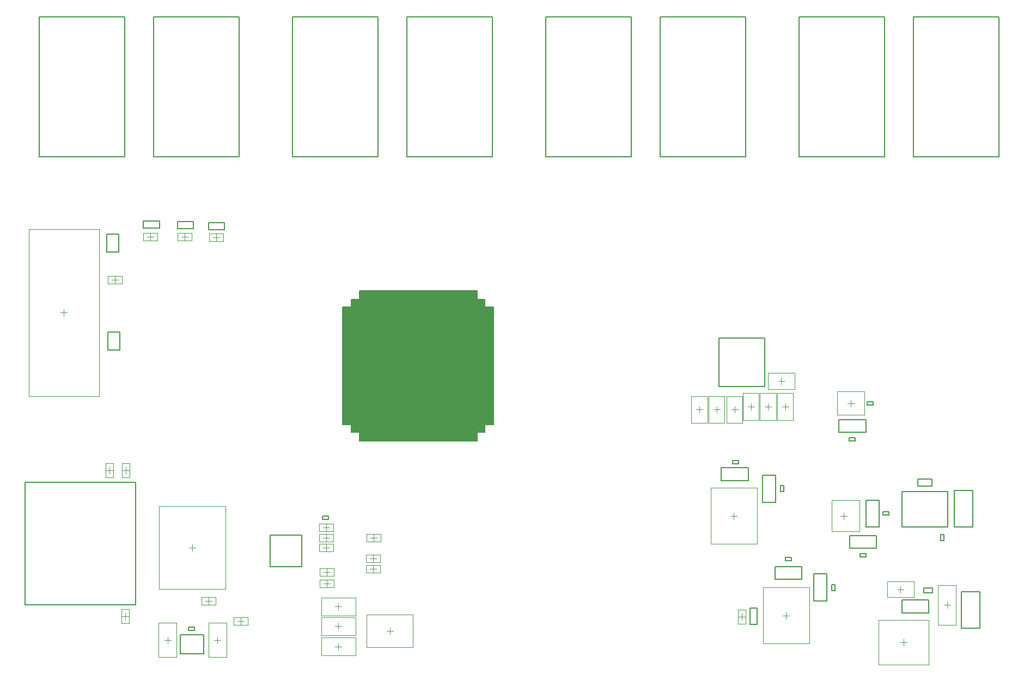
<source format=gbr>
%TF.GenerationSoftware,Altium Limited,Altium Designer,24.1.2 (44)*%
G04 Layer_Color=32768*
%FSLAX45Y45*%
%MOMM*%
%TF.SameCoordinates,57B3B6A3-E825-4013-9261-08072AB09D51*%
%TF.FilePolarity,Positive*%
%TF.FileFunction,Other,Top_Courtyard*%
%TF.Part,Single*%
G01*
G75*
%TA.AperFunction,NonConductor*%
%ADD64C,0.20000*%
%ADD65C,0.15240*%
%ADD88C,0.10000*%
%ADD91C,0.05000*%
G36*
X7829930Y6227445D02*
X7709250D01*
Y6348125D01*
X7573360D01*
Y8176865D01*
X7709250D01*
Y8297545D01*
X7829930D01*
Y8433435D01*
X9658670D01*
Y8297545D01*
X9779350D01*
Y8176865D01*
X9915240D01*
Y6348125D01*
X9779350D01*
Y6227445D01*
X9658670D01*
Y6091555D01*
X7829930D01*
Y6227445D01*
D02*
G37*
D64*
X4108200Y7505400D02*
Y7785400D01*
X3918200Y7505400D02*
X4108200D01*
X3918200D02*
Y7785400D01*
X4108200D01*
X4095500Y9029400D02*
Y9309400D01*
X3905500Y9029400D02*
X4095500D01*
X3905500D02*
Y9309400D01*
X4095500D01*
X7257900Y4875700D02*
X7350400D01*
X7257900D02*
Y4928700D01*
X7350400D01*
Y4875700D02*
Y4928700D01*
X6445400Y4134000D02*
Y4629000D01*
X6940400D01*
Y4134000D02*
Y4629000D01*
X6445400Y4134000D02*
X6940400D01*
X13424500Y7692700D02*
X14134500D01*
X13424500Y6937700D02*
Y7692700D01*
Y6937700D02*
X14134500D01*
Y7692700D01*
X17192000Y3184100D02*
X17478999D01*
Y3750100D01*
X17192000D02*
X17478999D01*
X17192000Y3184100D02*
Y3750100D01*
X16864500Y4632600D02*
X16917500D01*
X16864500Y4540100D02*
Y4632600D01*
Y4540100D02*
X16917500D01*
Y4632600D01*
X15968449Y4939200D02*
Y4992200D01*
Y4939200D02*
X16060950D01*
Y4992200D01*
X15968449D02*
X16060950D01*
X15711501Y5172700D02*
X15911501D01*
X15711501Y4752700D02*
Y5172700D01*
Y4752700D02*
X15911501D01*
Y5172700D01*
X15872099Y4421200D02*
Y4621200D01*
X15452100D02*
X15872099D01*
X15452100Y4421200D02*
Y4621200D01*
Y4421200D02*
X15872099D01*
X15614500Y4291500D02*
Y4344500D01*
Y4291500D02*
X15707001D01*
Y4344500D01*
X15614500D02*
X15707001D01*
X15449400Y6094900D02*
Y6147900D01*
Y6094900D02*
X15541901D01*
Y6147900D01*
X15449400D02*
X15541901D01*
X15707001Y6224600D02*
Y6424600D01*
X15287000D02*
X15707001D01*
X15287000Y6224600D02*
Y6424600D01*
Y6224600D02*
X15707001D01*
X15727150Y6653700D02*
Y6706700D01*
Y6653700D02*
X15819650D01*
Y6706700D01*
X15727150D02*
X15819650D01*
X13458200Y5475300D02*
Y5675300D01*
Y5475300D02*
X13878200D01*
Y5675300D01*
X13458200D02*
X13878200D01*
X13724150Y5739300D02*
Y5792300D01*
X13631650D02*
X13724150D01*
X13631650Y5739300D02*
Y5792300D01*
Y5739300D02*
X13724150D01*
X14375301Y5302100D02*
X14428300D01*
Y5394600D01*
X14375301D02*
X14428300D01*
X14375301Y5302100D02*
Y5394600D01*
X14098599Y5559700D02*
X14298599D01*
X14098599Y5139700D02*
Y5559700D01*
Y5139700D02*
X14298599D01*
Y5559700D01*
X14549651Y4230700D02*
Y4283700D01*
X14457150D02*
X14549651D01*
X14457150Y4230700D02*
Y4283700D01*
Y4230700D02*
X14549651D01*
X14290401Y3941300D02*
Y4141300D01*
Y3941300D02*
X14710400D01*
Y4141300D01*
X14290401D02*
X14710400D01*
X13902299Y3240500D02*
X14012300D01*
Y3490500D01*
X13902299D02*
X14012300D01*
X13902299Y3240500D02*
Y3490500D01*
X15175400Y3763750D02*
X15228400D01*
Y3856250D01*
X15175400D02*
X15228400D01*
X15175400Y3763750D02*
Y3856250D01*
X14898700Y4023000D02*
X15098700D01*
X14898700Y3603000D02*
Y4023000D01*
Y3603000D02*
X15098700D01*
Y4023000D01*
X16264900Y3617900D02*
X16684900D01*
Y3417900D02*
Y3617900D01*
X16264900Y3417900D02*
X16684900D01*
X16264900D02*
Y3617900D01*
X16745100Y3734400D02*
Y3809400D01*
X16605099D02*
X16745100D01*
X16605099Y3734400D02*
Y3809400D01*
Y3734400D02*
X16745100D01*
X8567605Y12692187D02*
X9898195D01*
X8567605Y10508893D02*
Y12692187D01*
Y10508893D02*
X9898195D01*
Y12692187D01*
X17077699Y5324900D02*
X17364700D01*
X17077699Y4758900D02*
Y5324900D01*
Y4758900D02*
X17364700D01*
Y5324900D01*
X16513693Y5393300D02*
Y5503300D01*
Y5393300D02*
X16734908D01*
Y5503300D01*
X16513693D02*
X16734908D01*
X16266800Y4754200D02*
Y5304200D01*
Y4754200D02*
X16981799D01*
Y5304200D01*
X16266800D02*
X16981799D01*
X5049000Y2779800D02*
Y3074800D01*
Y2779800D02*
X5409000D01*
Y3074800D01*
X5049000D02*
X5409000D01*
X5175100Y3148500D02*
Y3201500D01*
Y3148500D02*
X5267600D01*
Y3201500D01*
X5175100D02*
X5267600D01*
X2635000Y5449300D02*
X4350000D01*
X2635000Y3542300D02*
Y5449300D01*
Y3542300D02*
X4350000D01*
Y5449300D01*
X5488400Y9381100D02*
Y9491100D01*
Y9381100D02*
X5738400D01*
Y9491100D01*
X5488400D02*
X5738400D01*
X5005800Y9393800D02*
Y9503800D01*
Y9393800D02*
X5255800D01*
Y9503800D01*
X5005800D02*
X5255800D01*
X4473600Y9406500D02*
Y9516500D01*
Y9406500D02*
X4723600D01*
Y9516500D01*
X4473600D02*
X4723600D01*
X16441605Y12692187D02*
X17772195D01*
X16441605Y10508893D02*
Y12692187D01*
Y10508893D02*
X17772195D01*
Y12692187D01*
X14663605D02*
X15994196D01*
X14663605Y10508893D02*
Y12692187D01*
Y10508893D02*
X15994196D01*
Y12692187D01*
X12504605D02*
X13835194D01*
X12504605Y10508893D02*
Y12692187D01*
Y10508893D02*
X13835194D01*
Y12692187D01*
X10726605D02*
X12057195D01*
X10726605Y10508893D02*
Y12692187D01*
Y10508893D02*
X12057195D01*
Y12692187D01*
X6789605D02*
X8120195D01*
X6789605Y10508893D02*
Y12692187D01*
Y10508893D02*
X8120195D01*
Y12692187D01*
X4630605D02*
X5961195D01*
X4630605Y10508893D02*
Y12692187D01*
Y10508893D02*
X5961195D01*
Y12692187D01*
X2852605D02*
X4183195D01*
X2852605Y10508893D02*
Y12692187D01*
Y10508893D02*
X4183195D01*
Y12692187D01*
D65*
X9658670Y6227445D02*
X9779350D01*
X9658670Y6091555D02*
Y6227445D01*
X7829930Y6091555D02*
X9658670D01*
X7829930D02*
Y6227445D01*
X7709250D02*
X7829930D01*
X9658670Y8297545D02*
X9779350D01*
X9658670D02*
Y8433435D01*
X7829930D02*
X9658670D01*
X7829930Y8297545D02*
Y8433435D01*
X7709250Y8297545D02*
X7829930D01*
X9779350Y8176865D02*
Y8297545D01*
Y8176865D02*
X9915240D01*
Y6348125D02*
Y8176865D01*
X9779350Y6348125D02*
X9915240D01*
X9779350Y6227445D02*
Y6348125D01*
X7709250Y8176865D02*
Y8297545D01*
X7573360Y8176865D02*
X7709250D01*
X7573360Y6348125D02*
Y8176865D01*
Y6348125D02*
X7709250D01*
Y6227445D02*
Y6348125D01*
D88*
X5604200Y9208300D02*
Y9308300D01*
X5554200Y9258300D02*
X5654200D01*
X5114600Y9221000D02*
Y9321000D01*
X5064600Y9271000D02*
X5164600D01*
X4581200Y9221000D02*
Y9321000D01*
X4531200Y9271000D02*
X4631200D01*
X4035100Y8547900D02*
Y8647900D01*
X3985100Y8597900D02*
X4085100D01*
X13602499Y4927600D02*
X13702499D01*
X13652499Y4877600D02*
Y4977600D01*
X8055300Y4534700D02*
Y4634700D01*
X8005300Y4584700D02*
X8105300D01*
X8048300Y4217200D02*
Y4317200D01*
X7998300Y4267200D02*
X8098300D01*
X8048300Y4052100D02*
Y4152100D01*
X7998300Y4102100D02*
X8098300D01*
X7318700Y4699800D02*
Y4799800D01*
X7268700Y4749800D02*
X7368700D01*
X7318700Y4534700D02*
Y4634700D01*
X7268700Y4584700D02*
X7368700D01*
X7315200Y4382300D02*
Y4482300D01*
X7265200Y4432300D02*
X7365200D01*
X7324400Y4001300D02*
Y4101300D01*
X7274400Y4051300D02*
X7374400D01*
X7324400Y3823500D02*
Y3923500D01*
X7274400Y3873500D02*
X7374400D01*
X5990900Y3239300D02*
Y3339300D01*
X5940900Y3289300D02*
X6040900D01*
X5489900Y3556800D02*
Y3656800D01*
X5439900Y3606800D02*
X5539900D01*
X4153700Y5635300D02*
X4253700D01*
X4203700Y5585300D02*
Y5685300D01*
X3899700Y5635300D02*
X3999700D01*
X3949700Y5585300D02*
Y5685300D01*
X4141000Y3369000D02*
X4241000D01*
X4191000Y3319000D02*
Y3419000D01*
X5232400Y4382300D02*
Y4482300D01*
X5182400Y4432300D02*
X5282400D01*
X7505600Y2845600D02*
Y2945600D01*
X7455600Y2895600D02*
X7555600D01*
X7505800Y3467900D02*
Y3567900D01*
X7455800Y3517900D02*
X7555800D01*
X8305800Y3086900D02*
Y3186900D01*
X8255800Y3136900D02*
X8355800D01*
X15468600Y6630200D02*
Y6730200D01*
X15418600Y6680200D02*
X15518600D01*
X13779500Y3306300D02*
Y3406300D01*
X13729500Y3356300D02*
X13829500D01*
X14465300Y3328200D02*
Y3428200D01*
X14415300Y3378200D02*
X14515300D01*
X16294099Y2909100D02*
Y3009100D01*
X16244099Y2959100D02*
X16344099D01*
X16967200Y3493300D02*
Y3593300D01*
X16917200Y3543300D02*
X17017200D01*
X16244901Y3734600D02*
Y3834600D01*
X16194901Y3784600D02*
X16294901D01*
X14390700Y6973100D02*
Y7073100D01*
X14340700Y7023100D02*
X14440700D01*
X13069099Y6580200D02*
X13169099D01*
X13119099Y6530200D02*
Y6630200D01*
X13869200Y6627800D02*
X13969200D01*
X13919200Y6577800D02*
Y6677800D01*
X13615199Y6580200D02*
X13715199D01*
X13665199Y6530200D02*
Y6630200D01*
X13335800Y6580200D02*
X13435800D01*
X13385800Y6530200D02*
Y6630200D01*
X14135899Y6627800D02*
X14235899D01*
X14185899Y6577800D02*
Y6677800D01*
X14402600Y6627800D02*
X14502600D01*
X14452600Y6577800D02*
Y6677800D01*
X7455800Y3213100D02*
X7555800D01*
X7505800Y3163100D02*
Y3263100D01*
X4851400Y2947300D02*
Y3047300D01*
X4801400Y2997300D02*
X4901400D01*
X5626100Y2947300D02*
Y3047300D01*
X5576100Y2997300D02*
X5676100D01*
X15357651Y4877600D02*
Y4977600D01*
X15307651Y4927600D02*
X15407651D01*
D91*
X5494200Y9198300D02*
X5714200D01*
X5494200Y9318300D02*
X5714200D01*
Y9198300D02*
Y9318300D01*
X5494200Y9198300D02*
Y9318300D01*
X5004600Y9211000D02*
X5224600D01*
X5004600Y9331000D02*
X5224600D01*
Y9211000D02*
Y9331000D01*
X5004600Y9211000D02*
Y9331000D01*
X4471200Y9211000D02*
X4691200D01*
X4471200Y9331000D02*
X4691200D01*
Y9211000D02*
Y9331000D01*
X4471200Y9211000D02*
Y9331000D01*
X3925100Y8537900D02*
X4145100D01*
X3925100Y8657900D02*
X4145100D01*
Y8537900D02*
Y8657900D01*
X3925100Y8537900D02*
Y8657900D01*
X13292500Y4492600D02*
Y5362600D01*
X14012500Y4492600D02*
Y5362600D01*
X13292500Y4492600D02*
X14012500D01*
X13292500Y5362600D02*
X14012500D01*
X7945300Y4524700D02*
X8165300D01*
X7945300Y4644700D02*
X8165300D01*
Y4524700D02*
Y4644700D01*
X7945300Y4524700D02*
Y4644700D01*
X7938300Y4207200D02*
X8158300D01*
X7938300Y4327200D02*
X8158300D01*
Y4207200D02*
Y4327200D01*
X7938300Y4207200D02*
Y4327200D01*
Y4042100D02*
X8158300D01*
X7938300Y4162100D02*
X8158300D01*
Y4042100D02*
Y4162100D01*
X7938300Y4042100D02*
Y4162100D01*
X7208700Y4689800D02*
X7428700D01*
X7208700Y4809800D02*
X7428700D01*
Y4689800D02*
Y4809800D01*
X7208700Y4689800D02*
Y4809800D01*
Y4644700D02*
X7428700D01*
X7208700Y4524700D02*
X7428700D01*
X7208700D02*
Y4644700D01*
X7428700Y4524700D02*
Y4644700D01*
X7205200Y4492300D02*
X7425200D01*
X7205200Y4372300D02*
X7425200D01*
X7205200D02*
Y4492300D01*
X7425200Y4372300D02*
Y4492300D01*
X7214400Y4111300D02*
X7434400D01*
X7214400Y3991300D02*
X7434400D01*
X7214400D02*
Y4111300D01*
X7434400Y3991300D02*
Y4111300D01*
X7214400Y3933500D02*
X7434400D01*
X7214400Y3813500D02*
X7434400D01*
X7214400D02*
Y3933500D01*
X7434400Y3813500D02*
Y3933500D01*
X5880900Y3349300D02*
X6100900D01*
X5880900Y3229300D02*
X6100900D01*
X5880900D02*
Y3349300D01*
X6100900Y3229300D02*
Y3349300D01*
X5379900Y3666800D02*
X5599900D01*
X5379900Y3546800D02*
X5599900D01*
X5379900D02*
Y3666800D01*
X5599900Y3546800D02*
Y3666800D01*
X4143700Y5525300D02*
Y5745300D01*
X4263700Y5525300D02*
Y5745300D01*
X4143700Y5525300D02*
X4263700D01*
X4143700Y5745300D02*
X4263700D01*
X3889700Y5525300D02*
Y5745300D01*
X4009700Y5525300D02*
Y5745300D01*
X3889700Y5525300D02*
X4009700D01*
X3889700Y5745300D02*
X4009700D01*
X4251000Y3259000D02*
Y3479000D01*
X4131000Y3259000D02*
Y3479000D01*
X4251000D01*
X4131000Y3259000D02*
X4251000D01*
X4714400Y5077300D02*
X5750400D01*
Y3787300D02*
Y5077300D01*
X4714400Y3787300D02*
Y5077300D01*
Y3787300D02*
X5750400D01*
X7240600Y2755600D02*
X7770600D01*
X7240600Y3035600D02*
X7770600D01*
Y2755600D02*
Y3035600D01*
X7240600Y2755600D02*
Y3035600D01*
X7240800Y3377900D02*
X7770800D01*
X7240800Y3657900D02*
X7770800D01*
Y3377900D02*
Y3657900D01*
X7240800Y3377900D02*
Y3657900D01*
X7948300Y2881900D02*
X8663300D01*
X7948300D02*
Y3391900D01*
X8663300Y2881900D02*
Y3391900D01*
X7948300D02*
X8663300D01*
X2693500Y6790900D02*
Y9388900D01*
X3783500D01*
Y6790900D02*
Y9388900D01*
X2693500Y6790900D02*
X3783500D01*
X3238500Y8039900D02*
Y8139900D01*
X3188500Y8089900D02*
X3288500D01*
X15256100Y6500200D02*
X15681100D01*
X15256100Y6860200D02*
X15681100D01*
Y6500200D02*
Y6860200D01*
X15256100Y6500200D02*
Y6860200D01*
X13719501Y3246300D02*
X13839500D01*
X13719501Y3466300D02*
X13839500D01*
X13719501Y3246300D02*
Y3466300D01*
X13839500Y3246300D02*
Y3466300D01*
X14105299Y3813200D02*
X14825301D01*
X14105299Y2943200D02*
X14825301D01*
Y3813200D01*
X14105299Y2943200D02*
Y3813200D01*
X15904100Y3304100D02*
X16684100D01*
X15904100Y2614100D02*
X16684100D01*
X15904100D02*
Y3304100D01*
X16684100Y2614100D02*
Y3304100D01*
X16827200Y3853300D02*
X17107201D01*
X16827200Y3233300D02*
X17107201D01*
Y3853300D01*
X16827200Y3233300D02*
Y3853300D01*
X16034900Y3659600D02*
X16454900D01*
X16034900Y3909600D02*
X16454900D01*
Y3659600D02*
Y3909600D01*
X16034900Y3659600D02*
Y3909600D01*
X14180701Y7148100D02*
X14600700D01*
X14180701Y6898100D02*
X14600700D01*
X14180701D02*
Y7148100D01*
X14600700Y6898100D02*
Y7148100D01*
X12994099Y6370200D02*
Y6790200D01*
X13244099Y6370200D02*
Y6790200D01*
X12994099Y6370200D02*
X13244099D01*
X12994099Y6790200D02*
X13244099D01*
X13794200Y6417800D02*
Y6837800D01*
X14044200Y6417800D02*
Y6837800D01*
X13794200Y6417800D02*
X14044200D01*
X13794200Y6837800D02*
X14044200D01*
X13540199Y6370200D02*
Y6790200D01*
X13790199Y6370200D02*
Y6790200D01*
X13540199Y6370200D02*
X13790199D01*
X13540199Y6790200D02*
X13790199D01*
X13260800Y6370200D02*
Y6790200D01*
X13510800Y6370200D02*
Y6790200D01*
X13260800Y6370200D02*
X13510800D01*
X13260800Y6790200D02*
X13510800D01*
X14060899Y6417800D02*
Y6837800D01*
X14310899Y6417800D02*
Y6837800D01*
X14060899Y6417800D02*
X14310899D01*
X14060899Y6837800D02*
X14310899D01*
X14327600Y6417800D02*
Y6837800D01*
X14577600Y6417800D02*
Y6837800D01*
X14327600Y6417800D02*
X14577600D01*
X14327600Y6837800D02*
X14577600D01*
X7240800Y3073100D02*
Y3353100D01*
X7770800Y3073100D02*
Y3353100D01*
X7240800D02*
X7770800D01*
X7240800Y3073100D02*
X7770800D01*
X4711400Y3262300D02*
X4991400D01*
X4711400Y2732300D02*
X4991400D01*
Y3262300D01*
X4711400Y2732300D02*
Y3262300D01*
X5486100Y2732300D02*
X5766100D01*
X5486100Y3262300D02*
X5766100D01*
X5486100Y2732300D02*
Y3262300D01*
X5766100Y2732300D02*
Y3262300D01*
X15177400Y5167600D02*
X15607401D01*
X15177400Y4687600D02*
X15607401D01*
X15177400D02*
Y5167600D01*
X15607401Y4687600D02*
Y5167600D01*
%TF.MD5,e35cb8b0725d10324142d394fe208c15*%
M02*

</source>
